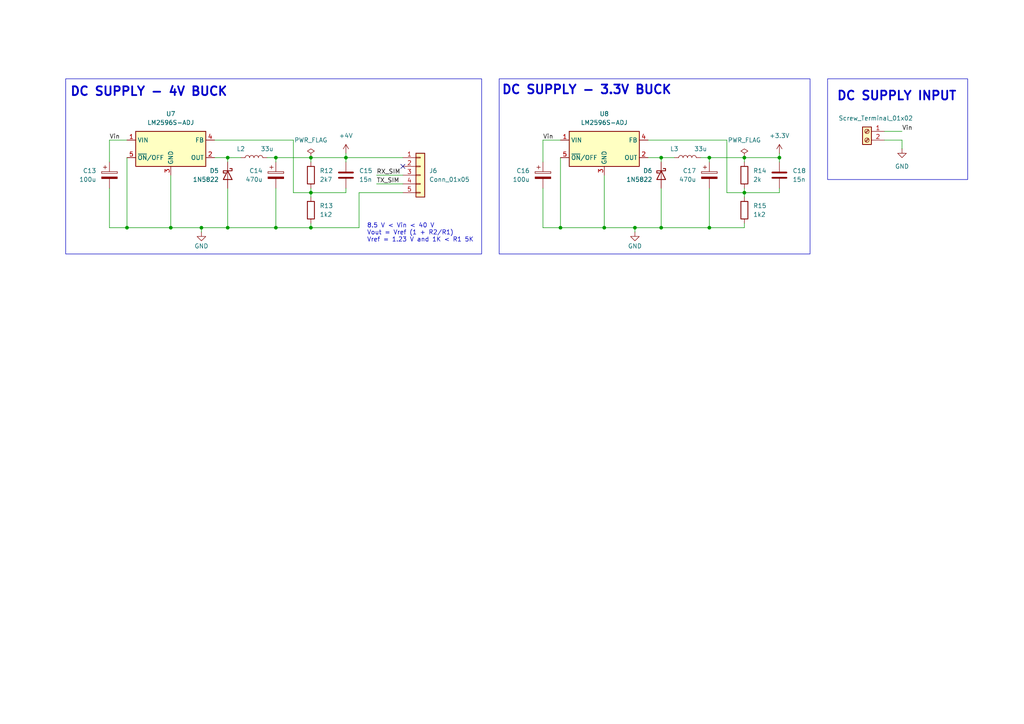
<source format=kicad_sch>
(kicad_sch
	(version 20231120)
	(generator "eeschema")
	(generator_version "8.0")
	(uuid "43f9b208-5b3c-4d64-bd78-712747157d60")
	(paper "A4")
	(title_block
		(title "Fleet Tracker")
		(date "2025-01-01")
		(rev "1.0")
		(company "GetStok")
		(comment 1 "Reyhan Ghifari Tanjung")
	)
	(lib_symbols
		(symbol "Connector:Screw_Terminal_01x02"
			(pin_names
				(offset 1.016) hide)
			(exclude_from_sim no)
			(in_bom yes)
			(on_board yes)
			(property "Reference" "J"
				(at 0 2.54 0)
				(effects
					(font
						(size 1.27 1.27)
					)
				)
			)
			(property "Value" "Screw_Terminal_01x02"
				(at 0 -5.08 0)
				(effects
					(font
						(size 1.27 1.27)
					)
				)
			)
			(property "Footprint" ""
				(at 0 0 0)
				(effects
					(font
						(size 1.27 1.27)
					)
					(hide yes)
				)
			)
			(property "Datasheet" "~"
				(at 0 0 0)
				(effects
					(font
						(size 1.27 1.27)
					)
					(hide yes)
				)
			)
			(property "Description" "Generic screw terminal, single row, 01x02, script generated (kicad-library-utils/schlib/autogen/connector/)"
				(at 0 0 0)
				(effects
					(font
						(size 1.27 1.27)
					)
					(hide yes)
				)
			)
			(property "ki_keywords" "screw terminal"
				(at 0 0 0)
				(effects
					(font
						(size 1.27 1.27)
					)
					(hide yes)
				)
			)
			(property "ki_fp_filters" "TerminalBlock*:*"
				(at 0 0 0)
				(effects
					(font
						(size 1.27 1.27)
					)
					(hide yes)
				)
			)
			(symbol "Screw_Terminal_01x02_1_1"
				(rectangle
					(start -1.27 1.27)
					(end 1.27 -3.81)
					(stroke
						(width 0.254)
						(type default)
					)
					(fill
						(type background)
					)
				)
				(circle
					(center 0 -2.54)
					(radius 0.635)
					(stroke
						(width 0.1524)
						(type default)
					)
					(fill
						(type none)
					)
				)
				(polyline
					(pts
						(xy -0.5334 -2.2098) (xy 0.3302 -3.048)
					)
					(stroke
						(width 0.1524)
						(type default)
					)
					(fill
						(type none)
					)
				)
				(polyline
					(pts
						(xy -0.5334 0.3302) (xy 0.3302 -0.508)
					)
					(stroke
						(width 0.1524)
						(type default)
					)
					(fill
						(type none)
					)
				)
				(polyline
					(pts
						(xy -0.3556 -2.032) (xy 0.508 -2.8702)
					)
					(stroke
						(width 0.1524)
						(type default)
					)
					(fill
						(type none)
					)
				)
				(polyline
					(pts
						(xy -0.3556 0.508) (xy 0.508 -0.3302)
					)
					(stroke
						(width 0.1524)
						(type default)
					)
					(fill
						(type none)
					)
				)
				(circle
					(center 0 0)
					(radius 0.635)
					(stroke
						(width 0.1524)
						(type default)
					)
					(fill
						(type none)
					)
				)
				(pin passive line
					(at -5.08 0 0)
					(length 3.81)
					(name "Pin_1"
						(effects
							(font
								(size 1.27 1.27)
							)
						)
					)
					(number "1"
						(effects
							(font
								(size 1.27 1.27)
							)
						)
					)
				)
				(pin passive line
					(at -5.08 -2.54 0)
					(length 3.81)
					(name "Pin_2"
						(effects
							(font
								(size 1.27 1.27)
							)
						)
					)
					(number "2"
						(effects
							(font
								(size 1.27 1.27)
							)
						)
					)
				)
			)
		)
		(symbol "Connector_Generic:Conn_01x05"
			(pin_names
				(offset 1.016) hide)
			(exclude_from_sim no)
			(in_bom yes)
			(on_board yes)
			(property "Reference" "J"
				(at 0 7.62 0)
				(effects
					(font
						(size 1.27 1.27)
					)
				)
			)
			(property "Value" "Conn_01x05"
				(at 0 -7.62 0)
				(effects
					(font
						(size 1.27 1.27)
					)
				)
			)
			(property "Footprint" ""
				(at 0 0 0)
				(effects
					(font
						(size 1.27 1.27)
					)
					(hide yes)
				)
			)
			(property "Datasheet" "~"
				(at 0 0 0)
				(effects
					(font
						(size 1.27 1.27)
					)
					(hide yes)
				)
			)
			(property "Description" "Generic connector, single row, 01x05, script generated (kicad-library-utils/schlib/autogen/connector/)"
				(at 0 0 0)
				(effects
					(font
						(size 1.27 1.27)
					)
					(hide yes)
				)
			)
			(property "ki_keywords" "connector"
				(at 0 0 0)
				(effects
					(font
						(size 1.27 1.27)
					)
					(hide yes)
				)
			)
			(property "ki_fp_filters" "Connector*:*_1x??_*"
				(at 0 0 0)
				(effects
					(font
						(size 1.27 1.27)
					)
					(hide yes)
				)
			)
			(symbol "Conn_01x05_1_1"
				(rectangle
					(start -1.27 -4.953)
					(end 0 -5.207)
					(stroke
						(width 0.1524)
						(type default)
					)
					(fill
						(type none)
					)
				)
				(rectangle
					(start -1.27 -2.413)
					(end 0 -2.667)
					(stroke
						(width 0.1524)
						(type default)
					)
					(fill
						(type none)
					)
				)
				(rectangle
					(start -1.27 0.127)
					(end 0 -0.127)
					(stroke
						(width 0.1524)
						(type default)
					)
					(fill
						(type none)
					)
				)
				(rectangle
					(start -1.27 2.667)
					(end 0 2.413)
					(stroke
						(width 0.1524)
						(type default)
					)
					(fill
						(type none)
					)
				)
				(rectangle
					(start -1.27 5.207)
					(end 0 4.953)
					(stroke
						(width 0.1524)
						(type default)
					)
					(fill
						(type none)
					)
				)
				(rectangle
					(start -1.27 6.35)
					(end 1.27 -6.35)
					(stroke
						(width 0.254)
						(type default)
					)
					(fill
						(type background)
					)
				)
				(pin passive line
					(at -5.08 5.08 0)
					(length 3.81)
					(name "Pin_1"
						(effects
							(font
								(size 1.27 1.27)
							)
						)
					)
					(number "1"
						(effects
							(font
								(size 1.27 1.27)
							)
						)
					)
				)
				(pin passive line
					(at -5.08 2.54 0)
					(length 3.81)
					(name "Pin_2"
						(effects
							(font
								(size 1.27 1.27)
							)
						)
					)
					(number "2"
						(effects
							(font
								(size 1.27 1.27)
							)
						)
					)
				)
				(pin passive line
					(at -5.08 0 0)
					(length 3.81)
					(name "Pin_3"
						(effects
							(font
								(size 1.27 1.27)
							)
						)
					)
					(number "3"
						(effects
							(font
								(size 1.27 1.27)
							)
						)
					)
				)
				(pin passive line
					(at -5.08 -2.54 0)
					(length 3.81)
					(name "Pin_4"
						(effects
							(font
								(size 1.27 1.27)
							)
						)
					)
					(number "4"
						(effects
							(font
								(size 1.27 1.27)
							)
						)
					)
				)
				(pin passive line
					(at -5.08 -5.08 0)
					(length 3.81)
					(name "Pin_5"
						(effects
							(font
								(size 1.27 1.27)
							)
						)
					)
					(number "5"
						(effects
							(font
								(size 1.27 1.27)
							)
						)
					)
				)
			)
		)
		(symbol "Device:C"
			(pin_numbers hide)
			(pin_names
				(offset 0.254)
			)
			(exclude_from_sim no)
			(in_bom yes)
			(on_board yes)
			(property "Reference" "C"
				(at 0.635 2.54 0)
				(effects
					(font
						(size 1.27 1.27)
					)
					(justify left)
				)
			)
			(property "Value" "C"
				(at 0.635 -2.54 0)
				(effects
					(font
						(size 1.27 1.27)
					)
					(justify left)
				)
			)
			(property "Footprint" ""
				(at 0.9652 -3.81 0)
				(effects
					(font
						(size 1.27 1.27)
					)
					(hide yes)
				)
			)
			(property "Datasheet" "~"
				(at 0 0 0)
				(effects
					(font
						(size 1.27 1.27)
					)
					(hide yes)
				)
			)
			(property "Description" "Unpolarized capacitor"
				(at 0 0 0)
				(effects
					(font
						(size 1.27 1.27)
					)
					(hide yes)
				)
			)
			(property "ki_keywords" "cap capacitor"
				(at 0 0 0)
				(effects
					(font
						(size 1.27 1.27)
					)
					(hide yes)
				)
			)
			(property "ki_fp_filters" "C_*"
				(at 0 0 0)
				(effects
					(font
						(size 1.27 1.27)
					)
					(hide yes)
				)
			)
			(symbol "C_0_1"
				(polyline
					(pts
						(xy -2.032 -0.762) (xy 2.032 -0.762)
					)
					(stroke
						(width 0.508)
						(type default)
					)
					(fill
						(type none)
					)
				)
				(polyline
					(pts
						(xy -2.032 0.762) (xy 2.032 0.762)
					)
					(stroke
						(width 0.508)
						(type default)
					)
					(fill
						(type none)
					)
				)
			)
			(symbol "C_1_1"
				(pin passive line
					(at 0 3.81 270)
					(length 2.794)
					(name "~"
						(effects
							(font
								(size 1.27 1.27)
							)
						)
					)
					(number "1"
						(effects
							(font
								(size 1.27 1.27)
							)
						)
					)
				)
				(pin passive line
					(at 0 -3.81 90)
					(length 2.794)
					(name "~"
						(effects
							(font
								(size 1.27 1.27)
							)
						)
					)
					(number "2"
						(effects
							(font
								(size 1.27 1.27)
							)
						)
					)
				)
			)
		)
		(symbol "Device:C_Polarized"
			(pin_numbers hide)
			(pin_names
				(offset 0.254)
			)
			(exclude_from_sim no)
			(in_bom yes)
			(on_board yes)
			(property "Reference" "C"
				(at 0.635 2.54 0)
				(effects
					(font
						(size 1.27 1.27)
					)
					(justify left)
				)
			)
			(property "Value" "C_Polarized"
				(at 0.635 -2.54 0)
				(effects
					(font
						(size 1.27 1.27)
					)
					(justify left)
				)
			)
			(property "Footprint" ""
				(at 0.9652 -3.81 0)
				(effects
					(font
						(size 1.27 1.27)
					)
					(hide yes)
				)
			)
			(property "Datasheet" "~"
				(at 0 0 0)
				(effects
					(font
						(size 1.27 1.27)
					)
					(hide yes)
				)
			)
			(property "Description" "Polarized capacitor"
				(at 0 0 0)
				(effects
					(font
						(size 1.27 1.27)
					)
					(hide yes)
				)
			)
			(property "ki_keywords" "cap capacitor"
				(at 0 0 0)
				(effects
					(font
						(size 1.27 1.27)
					)
					(hide yes)
				)
			)
			(property "ki_fp_filters" "CP_*"
				(at 0 0 0)
				(effects
					(font
						(size 1.27 1.27)
					)
					(hide yes)
				)
			)
			(symbol "C_Polarized_0_1"
				(rectangle
					(start -2.286 0.508)
					(end 2.286 1.016)
					(stroke
						(width 0)
						(type default)
					)
					(fill
						(type none)
					)
				)
				(polyline
					(pts
						(xy -1.778 2.286) (xy -0.762 2.286)
					)
					(stroke
						(width 0)
						(type default)
					)
					(fill
						(type none)
					)
				)
				(polyline
					(pts
						(xy -1.27 2.794) (xy -1.27 1.778)
					)
					(stroke
						(width 0)
						(type default)
					)
					(fill
						(type none)
					)
				)
				(rectangle
					(start 2.286 -0.508)
					(end -2.286 -1.016)
					(stroke
						(width 0)
						(type default)
					)
					(fill
						(type outline)
					)
				)
			)
			(symbol "C_Polarized_1_1"
				(pin passive line
					(at 0 3.81 270)
					(length 2.794)
					(name "~"
						(effects
							(font
								(size 1.27 1.27)
							)
						)
					)
					(number "1"
						(effects
							(font
								(size 1.27 1.27)
							)
						)
					)
				)
				(pin passive line
					(at 0 -3.81 90)
					(length 2.794)
					(name "~"
						(effects
							(font
								(size 1.27 1.27)
							)
						)
					)
					(number "2"
						(effects
							(font
								(size 1.27 1.27)
							)
						)
					)
				)
			)
		)
		(symbol "Device:L"
			(pin_numbers hide)
			(pin_names
				(offset 1.016) hide)
			(exclude_from_sim no)
			(in_bom yes)
			(on_board yes)
			(property "Reference" "L"
				(at -1.27 0 90)
				(effects
					(font
						(size 1.27 1.27)
					)
				)
			)
			(property "Value" "L"
				(at 1.905 0 90)
				(effects
					(font
						(size 1.27 1.27)
					)
				)
			)
			(property "Footprint" ""
				(at 0 0 0)
				(effects
					(font
						(size 1.27 1.27)
					)
					(hide yes)
				)
			)
			(property "Datasheet" "~"
				(at 0 0 0)
				(effects
					(font
						(size 1.27 1.27)
					)
					(hide yes)
				)
			)
			(property "Description" "Inductor"
				(at 0 0 0)
				(effects
					(font
						(size 1.27 1.27)
					)
					(hide yes)
				)
			)
			(property "ki_keywords" "inductor choke coil reactor magnetic"
				(at 0 0 0)
				(effects
					(font
						(size 1.27 1.27)
					)
					(hide yes)
				)
			)
			(property "ki_fp_filters" "Choke_* *Coil* Inductor_* L_*"
				(at 0 0 0)
				(effects
					(font
						(size 1.27 1.27)
					)
					(hide yes)
				)
			)
			(symbol "L_0_1"
				(arc
					(start 0 -2.54)
					(mid 0.6323 -1.905)
					(end 0 -1.27)
					(stroke
						(width 0)
						(type default)
					)
					(fill
						(type none)
					)
				)
				(arc
					(start 0 -1.27)
					(mid 0.6323 -0.635)
					(end 0 0)
					(stroke
						(width 0)
						(type default)
					)
					(fill
						(type none)
					)
				)
				(arc
					(start 0 0)
					(mid 0.6323 0.635)
					(end 0 1.27)
					(stroke
						(width 0)
						(type default)
					)
					(fill
						(type none)
					)
				)
				(arc
					(start 0 1.27)
					(mid 0.6323 1.905)
					(end 0 2.54)
					(stroke
						(width 0)
						(type default)
					)
					(fill
						(type none)
					)
				)
			)
			(symbol "L_1_1"
				(pin passive line
					(at 0 3.81 270)
					(length 1.27)
					(name "1"
						(effects
							(font
								(size 1.27 1.27)
							)
						)
					)
					(number "1"
						(effects
							(font
								(size 1.27 1.27)
							)
						)
					)
				)
				(pin passive line
					(at 0 -3.81 90)
					(length 1.27)
					(name "2"
						(effects
							(font
								(size 1.27 1.27)
							)
						)
					)
					(number "2"
						(effects
							(font
								(size 1.27 1.27)
							)
						)
					)
				)
			)
		)
		(symbol "Device:R"
			(pin_numbers hide)
			(pin_names
				(offset 0)
			)
			(exclude_from_sim no)
			(in_bom yes)
			(on_board yes)
			(property "Reference" "R"
				(at 2.032 0 90)
				(effects
					(font
						(size 1.27 1.27)
					)
				)
			)
			(property "Value" "R"
				(at 0 0 90)
				(effects
					(font
						(size 1.27 1.27)
					)
				)
			)
			(property "Footprint" ""
				(at -1.778 0 90)
				(effects
					(font
						(size 1.27 1.27)
					)
					(hide yes)
				)
			)
			(property "Datasheet" "~"
				(at 0 0 0)
				(effects
					(font
						(size 1.27 1.27)
					)
					(hide yes)
				)
			)
			(property "Description" "Resistor"
				(at 0 0 0)
				(effects
					(font
						(size 1.27 1.27)
					)
					(hide yes)
				)
			)
			(property "ki_keywords" "R res resistor"
				(at 0 0 0)
				(effects
					(font
						(size 1.27 1.27)
					)
					(hide yes)
				)
			)
			(property "ki_fp_filters" "R_*"
				(at 0 0 0)
				(effects
					(font
						(size 1.27 1.27)
					)
					(hide yes)
				)
			)
			(symbol "R_0_1"
				(rectangle
					(start -1.016 -2.54)
					(end 1.016 2.54)
					(stroke
						(width 0.254)
						(type default)
					)
					(fill
						(type none)
					)
				)
			)
			(symbol "R_1_1"
				(pin passive line
					(at 0 3.81 270)
					(length 1.27)
					(name "~"
						(effects
							(font
								(size 1.27 1.27)
							)
						)
					)
					(number "1"
						(effects
							(font
								(size 1.27 1.27)
							)
						)
					)
				)
				(pin passive line
					(at 0 -3.81 90)
					(length 1.27)
					(name "~"
						(effects
							(font
								(size 1.27 1.27)
							)
						)
					)
					(number "2"
						(effects
							(font
								(size 1.27 1.27)
							)
						)
					)
				)
			)
		)
		(symbol "Diode:1N5822"
			(pin_numbers hide)
			(pin_names
				(offset 1.016) hide)
			(exclude_from_sim no)
			(in_bom yes)
			(on_board yes)
			(property "Reference" "D"
				(at 0 2.54 0)
				(effects
					(font
						(size 1.27 1.27)
					)
				)
			)
			(property "Value" "1N5822"
				(at 0 -2.54 0)
				(effects
					(font
						(size 1.27 1.27)
					)
				)
			)
			(property "Footprint" "Diode_THT:D_DO-201AD_P15.24mm_Horizontal"
				(at 0 -4.445 0)
				(effects
					(font
						(size 1.27 1.27)
					)
					(hide yes)
				)
			)
			(property "Datasheet" "http://www.vishay.com/docs/88526/1n5820.pdf"
				(at 0 0 0)
				(effects
					(font
						(size 1.27 1.27)
					)
					(hide yes)
				)
			)
			(property "Description" "40V 3A Schottky Barrier Rectifier Diode, DO-201AD"
				(at 0 0 0)
				(effects
					(font
						(size 1.27 1.27)
					)
					(hide yes)
				)
			)
			(property "ki_keywords" "diode Schottky"
				(at 0 0 0)
				(effects
					(font
						(size 1.27 1.27)
					)
					(hide yes)
				)
			)
			(property "ki_fp_filters" "D*DO?201AD*"
				(at 0 0 0)
				(effects
					(font
						(size 1.27 1.27)
					)
					(hide yes)
				)
			)
			(symbol "1N5822_0_1"
				(polyline
					(pts
						(xy 1.27 0) (xy -1.27 0)
					)
					(stroke
						(width 0)
						(type default)
					)
					(fill
						(type none)
					)
				)
				(polyline
					(pts
						(xy 1.27 1.27) (xy 1.27 -1.27) (xy -1.27 0) (xy 1.27 1.27)
					)
					(stroke
						(width 0.254)
						(type default)
					)
					(fill
						(type none)
					)
				)
				(polyline
					(pts
						(xy -1.905 0.635) (xy -1.905 1.27) (xy -1.27 1.27) (xy -1.27 -1.27) (xy -0.635 -1.27) (xy -0.635 -0.635)
					)
					(stroke
						(width 0.254)
						(type default)
					)
					(fill
						(type none)
					)
				)
			)
			(symbol "1N5822_1_1"
				(pin passive line
					(at -3.81 0 0)
					(length 2.54)
					(name "K"
						(effects
							(font
								(size 1.27 1.27)
							)
						)
					)
					(number "1"
						(effects
							(font
								(size 1.27 1.27)
							)
						)
					)
				)
				(pin passive line
					(at 3.81 0 180)
					(length 2.54)
					(name "A"
						(effects
							(font
								(size 1.27 1.27)
							)
						)
					)
					(number "2"
						(effects
							(font
								(size 1.27 1.27)
							)
						)
					)
				)
			)
		)
		(symbol "GND_1"
			(power)
			(pin_numbers hide)
			(pin_names
				(offset 0) hide)
			(exclude_from_sim no)
			(in_bom yes)
			(on_board yes)
			(property "Reference" "#PWR"
				(at 0 -6.35 0)
				(effects
					(font
						(size 1.27 1.27)
					)
					(hide yes)
				)
			)
			(property "Value" "GND"
				(at 0 -3.81 0)
				(effects
					(font
						(size 1.27 1.27)
					)
				)
			)
			(property "Footprint" ""
				(at 0 0 0)
				(effects
					(font
						(size 1.27 1.27)
					)
					(hide yes)
				)
			)
			(property "Datasheet" ""
				(at 0 0 0)
				(effects
					(font
						(size 1.27 1.27)
					)
					(hide yes)
				)
			)
			(property "Description" "Power symbol creates a global label with name \"GND\" , ground"
				(at 0 0 0)
				(effects
					(font
						(size 1.27 1.27)
					)
					(hide yes)
				)
			)
			(property "ki_keywords" "global power"
				(at 0 0 0)
				(effects
					(font
						(size 1.27 1.27)
					)
					(hide yes)
				)
			)
			(symbol "GND_1_0_1"
				(polyline
					(pts
						(xy 0 0) (xy 0 -1.27) (xy 1.27 -1.27) (xy 0 -2.54) (xy -1.27 -1.27) (xy 0 -1.27)
					)
					(stroke
						(width 0)
						(type default)
					)
					(fill
						(type none)
					)
				)
			)
			(symbol "GND_1_1_1"
				(pin power_in line
					(at 0 0 270)
					(length 0)
					(name "~"
						(effects
							(font
								(size 1.27 1.27)
							)
						)
					)
					(number "1"
						(effects
							(font
								(size 1.27 1.27)
							)
						)
					)
				)
			)
		)
		(symbol "Regulator_Switching:LM2596S-ADJ"
			(exclude_from_sim no)
			(in_bom yes)
			(on_board yes)
			(property "Reference" "U"
				(at -10.16 6.35 0)
				(effects
					(font
						(size 1.27 1.27)
					)
					(justify left)
				)
			)
			(property "Value" "LM2596S-ADJ"
				(at 0 6.35 0)
				(effects
					(font
						(size 1.27 1.27)
					)
					(justify left)
				)
			)
			(property "Footprint" "Package_TO_SOT_SMD:TO-263-5_TabPin3"
				(at 1.27 -6.35 0)
				(effects
					(font
						(size 1.27 1.27)
						(italic yes)
					)
					(justify left)
					(hide yes)
				)
			)
			(property "Datasheet" "http://www.ti.com/lit/ds/symlink/lm2596.pdf"
				(at 0 0 0)
				(effects
					(font
						(size 1.27 1.27)
					)
					(hide yes)
				)
			)
			(property "Description" "Adjustable 3A Step-Down Voltage Regulator, TO-263"
				(at 0 0 0)
				(effects
					(font
						(size 1.27 1.27)
					)
					(hide yes)
				)
			)
			(property "ki_keywords" "Step-Down Voltage Regulator Adjustable 3A"
				(at 0 0 0)
				(effects
					(font
						(size 1.27 1.27)
					)
					(hide yes)
				)
			)
			(property "ki_fp_filters" "TO?263*"
				(at 0 0 0)
				(effects
					(font
						(size 1.27 1.27)
					)
					(hide yes)
				)
			)
			(symbol "LM2596S-ADJ_0_1"
				(rectangle
					(start -10.16 5.08)
					(end 10.16 -5.08)
					(stroke
						(width 0.254)
						(type default)
					)
					(fill
						(type background)
					)
				)
			)
			(symbol "LM2596S-ADJ_1_1"
				(pin power_in line
					(at -12.7 2.54 0)
					(length 2.54)
					(name "VIN"
						(effects
							(font
								(size 1.27 1.27)
							)
						)
					)
					(number "1"
						(effects
							(font
								(size 1.27 1.27)
							)
						)
					)
				)
				(pin output line
					(at 12.7 -2.54 180)
					(length 2.54)
					(name "OUT"
						(effects
							(font
								(size 1.27 1.27)
							)
						)
					)
					(number "2"
						(effects
							(font
								(size 1.27 1.27)
							)
						)
					)
				)
				(pin power_in line
					(at 0 -7.62 90)
					(length 2.54)
					(name "GND"
						(effects
							(font
								(size 1.27 1.27)
							)
						)
					)
					(number "3"
						(effects
							(font
								(size 1.27 1.27)
							)
						)
					)
				)
				(pin input line
					(at 12.7 2.54 180)
					(length 2.54)
					(name "FB"
						(effects
							(font
								(size 1.27 1.27)
							)
						)
					)
					(number "4"
						(effects
							(font
								(size 1.27 1.27)
							)
						)
					)
				)
				(pin input line
					(at -12.7 -2.54 0)
					(length 2.54)
					(name "~{ON}/OFF"
						(effects
							(font
								(size 1.27 1.27)
							)
						)
					)
					(number "5"
						(effects
							(font
								(size 1.27 1.27)
							)
						)
					)
				)
			)
		)
		(symbol "power:+3.3V"
			(power)
			(pin_numbers hide)
			(pin_names
				(offset 0) hide)
			(exclude_from_sim no)
			(in_bom yes)
			(on_board yes)
			(property "Reference" "#PWR"
				(at 0 -3.81 0)
				(effects
					(font
						(size 1.27 1.27)
					)
					(hide yes)
				)
			)
			(property "Value" "+3.3V"
				(at 0 3.556 0)
				(effects
					(font
						(size 1.27 1.27)
					)
				)
			)
			(property "Footprint" ""
				(at 0 0 0)
				(effects
					(font
						(size 1.27 1.27)
					)
					(hide yes)
				)
			)
			(property "Datasheet" ""
				(at 0 0 0)
				(effects
					(font
						(size 1.27 1.27)
					)
					(hide yes)
				)
			)
			(property "Description" "Power symbol creates a global label with name \"+3.3V\""
				(at 0 0 0)
				(effects
					(font
						(size 1.27 1.27)
					)
					(hide yes)
				)
			)
			(property "ki_keywords" "global power"
				(at 0 0 0)
				(effects
					(font
						(size 1.27 1.27)
					)
					(hide yes)
				)
			)
			(symbol "+3.3V_0_1"
				(polyline
					(pts
						(xy -0.762 1.27) (xy 0 2.54)
					)
					(stroke
						(width 0)
						(type default)
					)
					(fill
						(type none)
					)
				)
				(polyline
					(pts
						(xy 0 0) (xy 0 2.54)
					)
					(stroke
						(width 0)
						(type default)
					)
					(fill
						(type none)
					)
				)
				(polyline
					(pts
						(xy 0 2.54) (xy 0.762 1.27)
					)
					(stroke
						(width 0)
						(type default)
					)
					(fill
						(type none)
					)
				)
			)
			(symbol "+3.3V_1_1"
				(pin power_in line
					(at 0 0 90)
					(length 0)
					(name "~"
						(effects
							(font
								(size 1.27 1.27)
							)
						)
					)
					(number "1"
						(effects
							(font
								(size 1.27 1.27)
							)
						)
					)
				)
			)
		)
		(symbol "power:+4V"
			(power)
			(pin_names
				(offset 0)
			)
			(exclude_from_sim no)
			(in_bom yes)
			(on_board yes)
			(property "Reference" "#PWR"
				(at 0 -3.81 0)
				(effects
					(font
						(size 1.27 1.27)
					)
					(hide yes)
				)
			)
			(property "Value" "+4V"
				(at 0 3.556 0)
				(effects
					(font
						(size 1.27 1.27)
					)
				)
			)
			(property "Footprint" ""
				(at 0 0 0)
				(effects
					(font
						(size 1.27 1.27)
					)
					(hide yes)
				)
			)
			(property "Datasheet" ""
				(at 0 0 0)
				(effects
					(font
						(size 1.27 1.27)
					)
					(hide yes)
				)
			)
			(property "Description" "Power symbol creates a global label with name \"+4V\""
				(at 0 0 0)
				(effects
					(font
						(size 1.27 1.27)
					)
					(hide yes)
				)
			)
			(property "ki_keywords" "global power"
				(at 0 0 0)
				(effects
					(font
						(size 1.27 1.27)
					)
					(hide yes)
				)
			)
			(symbol "+4V_0_1"
				(polyline
					(pts
						(xy -0.762 1.27) (xy 0 2.54)
					)
					(stroke
						(width 0)
						(type default)
					)
					(fill
						(type none)
					)
				)
				(polyline
					(pts
						(xy 0 0) (xy 0 2.54)
					)
					(stroke
						(width 0)
						(type default)
					)
					(fill
						(type none)
					)
				)
				(polyline
					(pts
						(xy 0 2.54) (xy 0.762 1.27)
					)
					(stroke
						(width 0)
						(type default)
					)
					(fill
						(type none)
					)
				)
			)
			(symbol "+4V_1_1"
				(pin power_in line
					(at 0 0 90)
					(length 0) hide
					(name "+4V"
						(effects
							(font
								(size 1.27 1.27)
							)
						)
					)
					(number "1"
						(effects
							(font
								(size 1.27 1.27)
							)
						)
					)
				)
			)
		)
		(symbol "power:GND"
			(power)
			(pin_names
				(offset 0)
			)
			(exclude_from_sim no)
			(in_bom yes)
			(on_board yes)
			(property "Reference" "#PWR"
				(at 0 -6.35 0)
				(effects
					(font
						(size 1.27 1.27)
					)
					(hide yes)
				)
			)
			(property "Value" "GND"
				(at 0 -3.81 0)
				(effects
					(font
						(size 1.27 1.27)
					)
				)
			)
			(property "Footprint" ""
				(at 0 0 0)
				(effects
					(font
						(size 1.27 1.27)
					)
					(hide yes)
				)
			)
			(property "Datasheet" ""
				(at 0 0 0)
				(effects
					(font
						(size 1.27 1.27)
					)
					(hide yes)
				)
			)
			(property "Description" "Power symbol creates a global label with name \"GND\" , ground"
				(at 0 0 0)
				(effects
					(font
						(size 1.27 1.27)
					)
					(hide yes)
				)
			)
			(property "ki_keywords" "global power"
				(at 0 0 0)
				(effects
					(font
						(size 1.27 1.27)
					)
					(hide yes)
				)
			)
			(symbol "GND_0_1"
				(polyline
					(pts
						(xy 0 0) (xy 0 -1.27) (xy 1.27 -1.27) (xy 0 -2.54) (xy -1.27 -1.27) (xy 0 -1.27)
					)
					(stroke
						(width 0)
						(type default)
					)
					(fill
						(type none)
					)
				)
			)
			(symbol "GND_1_1"
				(pin power_in line
					(at 0 0 270)
					(length 0) hide
					(name "GND"
						(effects
							(font
								(size 1.27 1.27)
							)
						)
					)
					(number "1"
						(effects
							(font
								(size 1.27 1.27)
							)
						)
					)
				)
			)
		)
		(symbol "power:PWR_FLAG"
			(power)
			(pin_numbers hide)
			(pin_names
				(offset 0) hide)
			(exclude_from_sim no)
			(in_bom yes)
			(on_board yes)
			(property "Reference" "#FLG"
				(at 0 1.905 0)
				(effects
					(font
						(size 1.27 1.27)
					)
					(hide yes)
				)
			)
			(property "Value" "PWR_FLAG"
				(at 0 3.81 0)
				(effects
					(font
						(size 1.27 1.27)
					)
				)
			)
			(property "Footprint" ""
				(at 0 0 0)
				(effects
					(font
						(size 1.27 1.27)
					)
					(hide yes)
				)
			)
			(property "Datasheet" "~"
				(at 0 0 0)
				(effects
					(font
						(size 1.27 1.27)
					)
					(hide yes)
				)
			)
			(property "Description" "Special symbol for telling ERC where power comes from"
				(at 0 0 0)
				(effects
					(font
						(size 1.27 1.27)
					)
					(hide yes)
				)
			)
			(property "ki_keywords" "flag power"
				(at 0 0 0)
				(effects
					(font
						(size 1.27 1.27)
					)
					(hide yes)
				)
			)
			(symbol "PWR_FLAG_0_0"
				(pin power_out line
					(at 0 0 90)
					(length 0)
					(name "pwr"
						(effects
							(font
								(size 1.27 1.27)
							)
						)
					)
					(number "1"
						(effects
							(font
								(size 1.27 1.27)
							)
						)
					)
				)
			)
			(symbol "PWR_FLAG_0_1"
				(polyline
					(pts
						(xy 0 0) (xy 0 1.27) (xy -1.016 1.905) (xy 0 2.54) (xy 1.016 1.905) (xy 0 1.27)
					)
					(stroke
						(width 0)
						(type default)
					)
					(fill
						(type none)
					)
				)
			)
		)
	)
	(junction
		(at 80.01 45.72)
		(diameter 0)
		(color 0 0 0 0)
		(uuid "03f2f67b-9730-4b42-8757-aae944aac0e9")
	)
	(junction
		(at 58.42 66.04)
		(diameter 0)
		(color 0 0 0 0)
		(uuid "067f85f8-84ae-4c33-adb1-25aad93ba530")
	)
	(junction
		(at 226.06 45.72)
		(diameter 0)
		(color 0 0 0 0)
		(uuid "0c48a247-4ce2-4591-84e2-1c12e4279b08")
	)
	(junction
		(at 100.33 45.72)
		(diameter 0)
		(color 0 0 0 0)
		(uuid "17536542-5dc9-4075-80eb-aa0a9557bab2")
	)
	(junction
		(at 90.17 45.72)
		(diameter 0)
		(color 0 0 0 0)
		(uuid "241f459b-68ba-4640-8188-659442e9043c")
	)
	(junction
		(at 215.9 55.88)
		(diameter 0)
		(color 0 0 0 0)
		(uuid "3d4744f3-19c1-4462-aa17-536b31f06637")
	)
	(junction
		(at 80.01 66.04)
		(diameter 0)
		(color 0 0 0 0)
		(uuid "5b06ce37-b6a6-4705-9762-b3f46dd8162c")
	)
	(junction
		(at 90.17 55.88)
		(diameter 0)
		(color 0 0 0 0)
		(uuid "6333ced1-eb9b-4ba9-81bb-39bad698273b")
	)
	(junction
		(at 205.74 45.72)
		(diameter 0)
		(color 0 0 0 0)
		(uuid "63d91f01-5a69-4f1d-a5c5-280ec2cd82a8")
	)
	(junction
		(at 66.04 45.72)
		(diameter 0)
		(color 0 0 0 0)
		(uuid "66138b03-53d6-46dd-8732-57280a5512ec")
	)
	(junction
		(at 191.77 45.72)
		(diameter 0)
		(color 0 0 0 0)
		(uuid "6f004c77-b5b8-4020-aeb4-ef495e825f75")
	)
	(junction
		(at 184.15 66.04)
		(diameter 0)
		(color 0 0 0 0)
		(uuid "7085103d-fcc2-4f46-924c-cc71307c3642")
	)
	(junction
		(at 66.04 66.04)
		(diameter 0)
		(color 0 0 0 0)
		(uuid "875f46bc-84e3-4699-a825-4a2a520f9d62")
	)
	(junction
		(at 175.26 66.04)
		(diameter 0)
		(color 0 0 0 0)
		(uuid "a17fc260-f8cd-435d-baf1-b0d5ba094fb0")
	)
	(junction
		(at 162.56 66.04)
		(diameter 0)
		(color 0 0 0 0)
		(uuid "a9337559-e5dd-413d-9448-15ea76c54efd")
	)
	(junction
		(at 215.9 45.72)
		(diameter 0)
		(color 0 0 0 0)
		(uuid "adb44192-069b-4fe0-965c-e2acc0a04b68")
	)
	(junction
		(at 90.17 66.04)
		(diameter 0)
		(color 0 0 0 0)
		(uuid "b04dc778-0ed0-4eb0-80f5-40c1694faf66")
	)
	(junction
		(at 205.74 66.04)
		(diameter 0)
		(color 0 0 0 0)
		(uuid "bb83fc23-d5b2-4f62-a9fa-e8a46868fc4b")
	)
	(junction
		(at 36.83 66.04)
		(diameter 0)
		(color 0 0 0 0)
		(uuid "c37b73ea-edfe-433a-8cdd-cea6bff45d7b")
	)
	(junction
		(at 191.77 66.04)
		(diameter 0)
		(color 0 0 0 0)
		(uuid "d8334dae-756b-42ef-8ffb-c4f3f6081f34")
	)
	(junction
		(at 49.53 66.04)
		(diameter 0)
		(color 0 0 0 0)
		(uuid "f513dc83-324d-466a-af57-2690560df289")
	)
	(no_connect
		(at 116.84 48.26)
		(uuid "4d662af3-ec87-4607-a688-0532c1ef70c5")
	)
	(wire
		(pts
			(xy 184.15 66.04) (xy 175.26 66.04)
		)
		(stroke
			(width 0)
			(type default)
		)
		(uuid "014edbe0-f36d-4c88-b8cd-7cc0ccae9285")
	)
	(wire
		(pts
			(xy 175.26 66.04) (xy 175.26 50.8)
		)
		(stroke
			(width 0)
			(type default)
		)
		(uuid "0353b356-9330-4bbc-b66d-5967b3b38b44")
	)
	(wire
		(pts
			(xy 157.48 66.04) (xy 162.56 66.04)
		)
		(stroke
			(width 0)
			(type default)
		)
		(uuid "055e5345-06b6-45c4-9d3c-bc991e2ba97d")
	)
	(wire
		(pts
			(xy 31.75 66.04) (xy 36.83 66.04)
		)
		(stroke
			(width 0)
			(type default)
		)
		(uuid "08727231-8583-48a1-b303-d9796d41b160")
	)
	(wire
		(pts
			(xy 80.01 54.61) (xy 80.01 66.04)
		)
		(stroke
			(width 0)
			(type default)
		)
		(uuid "09385360-d330-42a7-8ff8-92cc89af6383")
	)
	(wire
		(pts
			(xy 191.77 66.04) (xy 184.15 66.04)
		)
		(stroke
			(width 0)
			(type default)
		)
		(uuid "0f64056a-02e4-46a3-a437-7bd7a4a4ec1e")
	)
	(wire
		(pts
			(xy 215.9 45.72) (xy 205.74 45.72)
		)
		(stroke
			(width 0)
			(type default)
		)
		(uuid "12ff9bc4-746a-438e-ba68-9e860cec4f5d")
	)
	(wire
		(pts
			(xy 66.04 66.04) (xy 58.42 66.04)
		)
		(stroke
			(width 0)
			(type default)
		)
		(uuid "173c4846-5333-409a-93d6-3ab08932e774")
	)
	(wire
		(pts
			(xy 100.33 54.61) (xy 100.33 55.88)
		)
		(stroke
			(width 0)
			(type default)
		)
		(uuid "1b3a8295-ede6-4152-880e-685169e6afee")
	)
	(wire
		(pts
			(xy 90.17 64.77) (xy 90.17 66.04)
		)
		(stroke
			(width 0)
			(type default)
		)
		(uuid "1b61c68c-353d-47d8-88d2-08fcb54ab149")
	)
	(wire
		(pts
			(xy 187.96 40.64) (xy 210.82 40.64)
		)
		(stroke
			(width 0)
			(type default)
		)
		(uuid "216e4f7c-e1bf-4bf2-a29e-f1dae6eea93e")
	)
	(wire
		(pts
			(xy 104.14 55.88) (xy 104.14 66.04)
		)
		(stroke
			(width 0)
			(type default)
		)
		(uuid "31d5eba7-3050-4dbf-b975-849bb6f0ebe2")
	)
	(wire
		(pts
			(xy 90.17 54.61) (xy 90.17 55.88)
		)
		(stroke
			(width 0)
			(type default)
		)
		(uuid "3542609f-925e-4f71-98f8-d50628375f54")
	)
	(wire
		(pts
			(xy 157.48 40.64) (xy 162.56 40.64)
		)
		(stroke
			(width 0)
			(type default)
		)
		(uuid "399ef3d8-296c-4c8c-b685-b25772fe92fd")
	)
	(wire
		(pts
			(xy 31.75 40.64) (xy 31.75 46.99)
		)
		(stroke
			(width 0)
			(type default)
		)
		(uuid "39e49ccd-82e8-45ff-b667-b23ffe767910")
	)
	(wire
		(pts
			(xy 100.33 46.99) (xy 100.33 45.72)
		)
		(stroke
			(width 0)
			(type default)
		)
		(uuid "3a9411ad-a8cf-4f3f-9319-d481ea7d460c")
	)
	(wire
		(pts
			(xy 210.82 55.88) (xy 215.9 55.88)
		)
		(stroke
			(width 0)
			(type default)
		)
		(uuid "40da0ad9-e5fc-400a-9497-3e5a02c13f99")
	)
	(wire
		(pts
			(xy 90.17 46.99) (xy 90.17 45.72)
		)
		(stroke
			(width 0)
			(type default)
		)
		(uuid "460a3c8e-31e5-4973-aff0-506e0e139dc1")
	)
	(wire
		(pts
			(xy 205.74 54.61) (xy 205.74 66.04)
		)
		(stroke
			(width 0)
			(type default)
		)
		(uuid "4785d422-631d-41ff-af08-f545b5101c1c")
	)
	(wire
		(pts
			(xy 80.01 45.72) (xy 80.01 46.99)
		)
		(stroke
			(width 0)
			(type default)
		)
		(uuid "4c963987-eb8b-4c59-b6d6-8f1df396c0c8")
	)
	(wire
		(pts
			(xy 62.23 45.72) (xy 66.04 45.72)
		)
		(stroke
			(width 0)
			(type default)
		)
		(uuid "4f8c4b6e-2845-4f79-96fa-9e162fc2d469")
	)
	(wire
		(pts
			(xy 215.9 54.61) (xy 215.9 55.88)
		)
		(stroke
			(width 0)
			(type default)
		)
		(uuid "52836c04-0838-4ffb-9116-abc74f985004")
	)
	(wire
		(pts
			(xy 100.33 55.88) (xy 90.17 55.88)
		)
		(stroke
			(width 0)
			(type default)
		)
		(uuid "5965d34c-d590-4374-a33e-335a9b04abca")
	)
	(wire
		(pts
			(xy 90.17 45.72) (xy 100.33 45.72)
		)
		(stroke
			(width 0)
			(type default)
		)
		(uuid "59f393aa-34d6-4453-9ce8-aee320206e2d")
	)
	(wire
		(pts
			(xy 205.74 66.04) (xy 191.77 66.04)
		)
		(stroke
			(width 0)
			(type default)
		)
		(uuid "5b01172c-9974-48ee-8ea2-537b3d5b086d")
	)
	(wire
		(pts
			(xy 162.56 45.72) (xy 162.56 66.04)
		)
		(stroke
			(width 0)
			(type default)
		)
		(uuid "5fb264b8-ead1-4543-8c54-469283722996")
	)
	(wire
		(pts
			(xy 215.9 46.99) (xy 215.9 45.72)
		)
		(stroke
			(width 0)
			(type default)
		)
		(uuid "5fc2ae65-a65a-44cc-bce8-fa2a4d799b38")
	)
	(wire
		(pts
			(xy 226.06 44.45) (xy 226.06 45.72)
		)
		(stroke
			(width 0)
			(type default)
		)
		(uuid "62dc58ba-c6f1-4476-a27e-965c9f002673")
	)
	(wire
		(pts
			(xy 226.06 46.99) (xy 226.06 45.72)
		)
		(stroke
			(width 0)
			(type default)
		)
		(uuid "6389402c-ca59-4d18-9436-77d147ff677f")
	)
	(wire
		(pts
			(xy 215.9 45.72) (xy 226.06 45.72)
		)
		(stroke
			(width 0)
			(type default)
		)
		(uuid "63ad041b-e51e-465e-a403-d129890cd70a")
	)
	(wire
		(pts
			(xy 203.2 45.72) (xy 205.74 45.72)
		)
		(stroke
			(width 0)
			(type default)
		)
		(uuid "64432c7d-82ab-4dcf-addd-b5a03cbc7bab")
	)
	(wire
		(pts
			(xy 261.62 43.18) (xy 261.62 40.64)
		)
		(stroke
			(width 0)
			(type default)
		)
		(uuid "6b47d7de-b1cc-427e-af61-116c16549ff5")
	)
	(wire
		(pts
			(xy 162.56 66.04) (xy 175.26 66.04)
		)
		(stroke
			(width 0)
			(type default)
		)
		(uuid "6bcd030b-d5ec-4aa0-867b-2e8ec4d7a5dd")
	)
	(wire
		(pts
			(xy 205.74 45.72) (xy 205.74 46.99)
		)
		(stroke
			(width 0)
			(type default)
		)
		(uuid "6bf78008-463d-4928-8d4f-f9da4d5c1f2d")
	)
	(wire
		(pts
			(xy 90.17 66.04) (xy 80.01 66.04)
		)
		(stroke
			(width 0)
			(type default)
		)
		(uuid "730203bc-374d-4ee1-ac43-9782ae158ecc")
	)
	(wire
		(pts
			(xy 109.22 50.8) (xy 116.84 50.8)
		)
		(stroke
			(width 0)
			(type default)
		)
		(uuid "761720f4-dcc0-4928-95a5-d2833ec70f8f")
	)
	(wire
		(pts
			(xy 62.23 40.64) (xy 85.09 40.64)
		)
		(stroke
			(width 0)
			(type default)
		)
		(uuid "77bd924f-5cd2-4947-844a-6aa7c570e8ef")
	)
	(wire
		(pts
			(xy 157.48 40.64) (xy 157.48 46.99)
		)
		(stroke
			(width 0)
			(type default)
		)
		(uuid "837774d6-308b-402c-a002-7ed122bf47c2")
	)
	(wire
		(pts
			(xy 191.77 54.61) (xy 191.77 66.04)
		)
		(stroke
			(width 0)
			(type default)
		)
		(uuid "83cdff01-fe15-432e-beae-7e89611a9eae")
	)
	(wire
		(pts
			(xy 66.04 45.72) (xy 69.85 45.72)
		)
		(stroke
			(width 0)
			(type default)
		)
		(uuid "8592a41b-4697-474b-bc27-21dc1bde0574")
	)
	(wire
		(pts
			(xy 109.22 53.34) (xy 116.84 53.34)
		)
		(stroke
			(width 0)
			(type default)
		)
		(uuid "8df51b22-d92c-4297-9f6f-afe4045e471b")
	)
	(wire
		(pts
			(xy 85.09 40.64) (xy 85.09 55.88)
		)
		(stroke
			(width 0)
			(type default)
		)
		(uuid "986dad9a-ebfc-414e-b63f-4ed150025a27")
	)
	(wire
		(pts
			(xy 49.53 66.04) (xy 49.53 50.8)
		)
		(stroke
			(width 0)
			(type default)
		)
		(uuid "9d239654-ff93-4a0a-a009-b04567db1455")
	)
	(wire
		(pts
			(xy 36.83 45.72) (xy 36.83 66.04)
		)
		(stroke
			(width 0)
			(type default)
		)
		(uuid "9e32f8ee-cfc8-4b5f-8235-484ba5be3faa")
	)
	(wire
		(pts
			(xy 77.47 45.72) (xy 80.01 45.72)
		)
		(stroke
			(width 0)
			(type default)
		)
		(uuid "9fa6f9df-d3c5-4fd2-b80a-90eceb5798f3")
	)
	(wire
		(pts
			(xy 104.14 55.88) (xy 116.84 55.88)
		)
		(stroke
			(width 0)
			(type default)
		)
		(uuid "a0984cc9-183d-48d4-908a-5db08cb10728")
	)
	(wire
		(pts
			(xy 100.33 44.45) (xy 100.33 45.72)
		)
		(stroke
			(width 0)
			(type default)
		)
		(uuid "a2713949-d27a-4380-837c-1d521185e98f")
	)
	(wire
		(pts
			(xy 100.33 45.72) (xy 116.84 45.72)
		)
		(stroke
			(width 0)
			(type default)
		)
		(uuid "a283fa9b-04a5-4263-9cf9-7822484d756b")
	)
	(wire
		(pts
			(xy 80.01 66.04) (xy 66.04 66.04)
		)
		(stroke
			(width 0)
			(type default)
		)
		(uuid "acfaec01-8255-4e12-a26f-9624e1f9c14c")
	)
	(wire
		(pts
			(xy 157.48 54.61) (xy 157.48 66.04)
		)
		(stroke
			(width 0)
			(type default)
		)
		(uuid "b58d215a-2e1a-4b0a-84a4-0571c8f93b58")
	)
	(wire
		(pts
			(xy 184.15 66.04) (xy 184.15 67.31)
		)
		(stroke
			(width 0)
			(type default)
		)
		(uuid "b7b2e0ed-7091-4254-96fd-1b6a9a4920f7")
	)
	(wire
		(pts
			(xy 215.9 66.04) (xy 205.74 66.04)
		)
		(stroke
			(width 0)
			(type default)
		)
		(uuid "b8e16e48-fc50-4c17-a2d9-6935b3508f61")
	)
	(wire
		(pts
			(xy 58.42 66.04) (xy 49.53 66.04)
		)
		(stroke
			(width 0)
			(type default)
		)
		(uuid "bc014789-9765-4b8c-a263-31eb58351b5c")
	)
	(wire
		(pts
			(xy 215.9 55.88) (xy 215.9 57.15)
		)
		(stroke
			(width 0)
			(type default)
		)
		(uuid "bdbc488f-ed85-4298-8a23-6098c73e05f7")
	)
	(wire
		(pts
			(xy 85.09 55.88) (xy 90.17 55.88)
		)
		(stroke
			(width 0)
			(type default)
		)
		(uuid "bfc36f2d-eca9-4f7f-87d2-5925eb3c5f60")
	)
	(wire
		(pts
			(xy 215.9 64.77) (xy 215.9 66.04)
		)
		(stroke
			(width 0)
			(type default)
		)
		(uuid "bff88c34-4019-4918-8acb-cc4df13ba4c8")
	)
	(wire
		(pts
			(xy 90.17 45.72) (xy 80.01 45.72)
		)
		(stroke
			(width 0)
			(type default)
		)
		(uuid "c336807e-88b0-49e8-830a-7830642b3280")
	)
	(wire
		(pts
			(xy 210.82 40.64) (xy 210.82 55.88)
		)
		(stroke
			(width 0)
			(type default)
		)
		(uuid "c8ab1b2d-69dd-4052-95de-21ba73c24f95")
	)
	(wire
		(pts
			(xy 31.75 40.64) (xy 36.83 40.64)
		)
		(stroke
			(width 0)
			(type default)
		)
		(uuid "c92ed803-8e99-479c-9b4f-7d0b690d9bec")
	)
	(wire
		(pts
			(xy 66.04 54.61) (xy 66.04 66.04)
		)
		(stroke
			(width 0)
			(type default)
		)
		(uuid "ca096324-86c8-46e7-bdc8-ce0fb5714587")
	)
	(wire
		(pts
			(xy 58.42 66.04) (xy 58.42 67.31)
		)
		(stroke
			(width 0)
			(type default)
		)
		(uuid "cdafdee8-da02-4660-8948-6548242fbbd1")
	)
	(wire
		(pts
			(xy 226.06 55.88) (xy 215.9 55.88)
		)
		(stroke
			(width 0)
			(type default)
		)
		(uuid "cf4a0795-57be-4625-8384-6cb4ff412714")
	)
	(wire
		(pts
			(xy 191.77 45.72) (xy 191.77 46.99)
		)
		(stroke
			(width 0)
			(type default)
		)
		(uuid "d4a283b7-12e8-4359-8562-1e59c824af1c")
	)
	(wire
		(pts
			(xy 191.77 45.72) (xy 195.58 45.72)
		)
		(stroke
			(width 0)
			(type default)
		)
		(uuid "d600930b-5cab-4fcc-b558-65f90cd46473")
	)
	(wire
		(pts
			(xy 187.96 45.72) (xy 191.77 45.72)
		)
		(stroke
			(width 0)
			(type default)
		)
		(uuid "dd99c972-456d-4906-9970-8357c768227d")
	)
	(wire
		(pts
			(xy 36.83 66.04) (xy 49.53 66.04)
		)
		(stroke
			(width 0)
			(type default)
		)
		(uuid "e6f50412-7714-4ff3-ae80-61148622f697")
	)
	(wire
		(pts
			(xy 31.75 54.61) (xy 31.75 66.04)
		)
		(stroke
			(width 0)
			(type default)
		)
		(uuid "eb368b0b-f9be-4359-9e90-f32b3b4df96d")
	)
	(wire
		(pts
			(xy 261.62 40.64) (xy 256.54 40.64)
		)
		(stroke
			(width 0)
			(type default)
		)
		(uuid "ee96b372-11bb-4cc6-aaf4-99869995c962")
	)
	(wire
		(pts
			(xy 104.14 66.04) (xy 90.17 66.04)
		)
		(stroke
			(width 0)
			(type default)
		)
		(uuid "f5397a0f-0b6f-4e33-a14f-719f2e3ece72")
	)
	(wire
		(pts
			(xy 226.06 54.61) (xy 226.06 55.88)
		)
		(stroke
			(width 0)
			(type default)
		)
		(uuid "f75eeec5-1b5f-4d5b-a282-8ed2cce8b74f")
	)
	(wire
		(pts
			(xy 261.62 38.1) (xy 256.54 38.1)
		)
		(stroke
			(width 0)
			(type default)
		)
		(uuid "f8718d38-62e3-4ef0-9fc3-1da0e839de28")
	)
	(wire
		(pts
			(xy 90.17 55.88) (xy 90.17 57.15)
		)
		(stroke
			(width 0)
			(type default)
		)
		(uuid "fba72cab-5b8c-4afe-a54b-0e4120033ff0")
	)
	(wire
		(pts
			(xy 66.04 45.72) (xy 66.04 46.99)
		)
		(stroke
			(width 0)
			(type default)
		)
		(uuid "fca30017-128b-4f5b-9a4c-9f153c2b87f3")
	)
	(rectangle
		(start 19.05 22.86)
		(end 139.7 73.66)
		(stroke
			(width 0)
			(type default)
		)
		(fill
			(type none)
		)
		(uuid 38e354ba-db2c-4393-8b9f-56dc61f7c144)
	)
	(rectangle
		(start 144.78 22.86)
		(end 234.95 73.66)
		(stroke
			(width 0)
			(type default)
		)
		(fill
			(type none)
		)
		(uuid 9e07c410-bb82-4885-a077-bd56afdfcbc1)
	)
	(rectangle
		(start 240.03 22.86)
		(end 280.67 52.07)
		(stroke
			(width 0)
			(type default)
		)
		(fill
			(type none)
		)
		(uuid d5b53dcb-02c3-4bce-b183-adf1cc833933)
	)
	(text "DC SUPPLY - 3.3V BUCK"
		(exclude_from_sim no)
		(at 170.18 26.162 0)
		(effects
			(font
				(size 2.54 2.54)
				(thickness 0.508)
				(bold yes)
			)
		)
		(uuid "76b80c70-d8b4-4cce-84ee-b19bb47fb80d")
	)
	(text "DC SUPPLY INPUT"
		(exclude_from_sim no)
		(at 260.096 27.94 0)
		(effects
			(font
				(size 2.54 2.54)
				(thickness 0.508)
				(bold yes)
			)
		)
		(uuid "81c7feb1-27ad-4450-bc8a-b94a3b28864e")
	)
	(text "8.5 V < Vin < 40 V\nVout = Vref (1 + R2/R1)\nVref = 1.23 V and 1K < R1 5K"
		(exclude_from_sim no)
		(at 106.426 70.358 0)
		(effects
			(font
				(size 1.27 1.27)
			)
			(justify left bottom)
		)
		(uuid "d493a2a5-9f04-40a2-971d-8686c7c8181e")
	)
	(text "DC SUPPLY - 4V BUCK"
		(exclude_from_sim no)
		(at 43.18 26.67 0)
		(effects
			(font
				(size 2.54 2.54)
				(thickness 0.508)
				(bold yes)
			)
		)
		(uuid "f6e4139e-7542-4e34-852a-bb857fbea634")
	)
	(label "TX_SIM"
		(at 109.22 53.34 0)
		(fields_autoplaced yes)
		(effects
			(font
				(size 1.27 1.27)
			)
			(justify left bottom)
		)
		(uuid "2671bbf8-ee65-4517-af8e-0cb7aad84d3d")
	)
	(label "Vin"
		(at 31.75 40.64 0)
		(fields_autoplaced yes)
		(effects
			(font
				(size 1.27 1.27)
			)
			(justify left bottom)
		)
		(uuid "4cabeab5-11c9-471a-80cf-46c79c477479")
	)
	(label "RX_SIM"
		(at 109.22 50.8 0)
		(fields_autoplaced yes)
		(effects
			(font
				(size 1.27 1.27)
			)
			(justify left bottom)
		)
		(uuid "9f9b381c-9513-48e2-aa65-d6e4ff4d006f")
	)
	(label "Vin"
		(at 261.62 38.1 0)
		(fields_autoplaced yes)
		(effects
			(font
				(size 1.27 1.27)
				(thickness 0.1588)
			)
			(justify left bottom)
		)
		(uuid "a44e7c84-2c34-4fcf-a655-8491f6b668c1")
	)
	(label "Vin"
		(at 157.48 40.64 0)
		(fields_autoplaced yes)
		(effects
			(font
				(size 1.27 1.27)
			)
			(justify left bottom)
		)
		(uuid "ce8ca386-e72f-42fd-ba6d-1c3aed1e4119")
	)
	(symbol
		(lib_id "Device:C")
		(at 100.33 50.8 0)
		(unit 1)
		(exclude_from_sim no)
		(in_bom yes)
		(on_board yes)
		(dnp no)
		(fields_autoplaced yes)
		(uuid "1a7481dc-d352-4e4e-96b1-fd7e193baee4")
		(property "Reference" "C15"
			(at 104.14 49.53 0)
			(effects
				(font
					(size 1.27 1.27)
				)
				(justify left)
			)
		)
		(property "Value" "15n"
			(at 104.14 52.07 0)
			(effects
				(font
					(size 1.27 1.27)
				)
				(justify left)
			)
		)
		(property "Footprint" ""
			(at 101.2952 54.61 0)
			(effects
				(font
					(size 1.27 1.27)
				)
				(hide yes)
			)
		)
		(property "Datasheet" "~"
			(at 100.33 50.8 0)
			(effects
				(font
					(size 1.27 1.27)
				)
				(hide yes)
			)
		)
		(property "Description" ""
			(at 100.33 50.8 0)
			(effects
				(font
					(size 1.27 1.27)
				)
				(hide yes)
			)
		)
		(pin "1"
			(uuid "5fa270e4-5a52-48d4-b3f3-14423b88d733")
		)
		(pin "2"
			(uuid "5f43d2cc-efc7-43fa-94c0-efafa01d6ac5")
		)
		(instances
			(project "ESP32-GetStok-V2"
				(path "/e6133a6e-92e1-465e-b68a-343a1d48537b/e4dfdc30-edd5-4432-a42e-a5bffad27a03"
					(reference "C15")
					(unit 1)
				)
			)
		)
	)
	(symbol
		(lib_id "Device:R")
		(at 90.17 50.8 0)
		(unit 1)
		(exclude_from_sim no)
		(in_bom yes)
		(on_board yes)
		(dnp no)
		(fields_autoplaced yes)
		(uuid "1e8d89e8-231d-43fc-bd0a-c5af466a6918")
		(property "Reference" "R12"
			(at 92.71 49.53 0)
			(effects
				(font
					(size 1.27 1.27)
				)
				(justify left)
			)
		)
		(property "Value" "2k7"
			(at 92.71 52.07 0)
			(effects
				(font
					(size 1.27 1.27)
				)
				(justify left)
			)
		)
		(property "Footprint" ""
			(at 88.392 50.8 90)
			(effects
				(font
					(size 1.27 1.27)
				)
				(hide yes)
			)
		)
		(property "Datasheet" "~"
			(at 90.17 50.8 0)
			(effects
				(font
					(size 1.27 1.27)
				)
				(hide yes)
			)
		)
		(property "Description" ""
			(at 90.17 50.8 0)
			(effects
				(font
					(size 1.27 1.27)
				)
				(hide yes)
			)
		)
		(pin "1"
			(uuid "57e0a750-69d0-4344-820b-d9cf6c19aefc")
		)
		(pin "2"
			(uuid "e6882157-a581-46f4-a436-aa94bcf2523a")
		)
		(instances
			(project "ESP32-GetStok-V2"
				(path "/e6133a6e-92e1-465e-b68a-343a1d48537b/e4dfdc30-edd5-4432-a42e-a5bffad27a03"
					(reference "R12")
					(unit 1)
				)
			)
		)
	)
	(symbol
		(lib_id "Device:C_Polarized")
		(at 31.75 50.8 0)
		(unit 1)
		(exclude_from_sim no)
		(in_bom yes)
		(on_board yes)
		(dnp no)
		(uuid "2c834491-1ae0-421b-9e2d-fce282a106f5")
		(property "Reference" "C13"
			(at 27.94 49.53 0)
			(effects
				(font
					(size 1.27 1.27)
				)
				(justify right)
			)
		)
		(property "Value" "100u"
			(at 27.94 52.07 0)
			(effects
				(font
					(size 1.27 1.27)
				)
				(justify right)
			)
		)
		(property "Footprint" ""
			(at 32.7152 54.61 0)
			(effects
				(font
					(size 1.27 1.27)
				)
				(hide yes)
			)
		)
		(property "Datasheet" "~"
			(at 31.75 50.8 0)
			(effects
				(font
					(size 1.27 1.27)
				)
				(hide yes)
			)
		)
		(property "Description" ""
			(at 31.75 50.8 0)
			(effects
				(font
					(size 1.27 1.27)
				)
				(hide yes)
			)
		)
		(pin "1"
			(uuid "ada7641a-fa64-40b4-9224-9914ebbddc32")
		)
		(pin "2"
			(uuid "0b070a9f-17e4-4dfb-8ad7-1779da864e69")
		)
		(instances
			(project "ESP32-GetStok-V2"
				(path "/e6133a6e-92e1-465e-b68a-343a1d48537b/e4dfdc30-edd5-4432-a42e-a5bffad27a03"
					(reference "C13")
					(unit 1)
				)
			)
		)
	)
	(symbol
		(lib_id "Device:C_Polarized")
		(at 80.01 50.8 0)
		(unit 1)
		(exclude_from_sim no)
		(in_bom yes)
		(on_board yes)
		(dnp no)
		(uuid "59e2b5e8-5435-403a-850a-9a8c1a2434d0")
		(property "Reference" "C14"
			(at 76.2 49.53 0)
			(effects
				(font
					(size 1.27 1.27)
				)
				(justify right)
			)
		)
		(property "Value" "470u"
			(at 76.2 52.07 0)
			(effects
				(font
					(size 1.27 1.27)
				)
				(justify right)
			)
		)
		(property "Footprint" ""
			(at 80.9752 54.61 0)
			(effects
				(font
					(size 1.27 1.27)
				)
				(hide yes)
			)
		)
		(property "Datasheet" "~"
			(at 80.01 50.8 0)
			(effects
				(font
					(size 1.27 1.27)
				)
				(hide yes)
			)
		)
		(property "Description" ""
			(at 80.01 50.8 0)
			(effects
				(font
					(size 1.27 1.27)
				)
				(hide yes)
			)
		)
		(pin "1"
			(uuid "9557b7bb-23d3-4064-94d2-a9d8e4070522")
		)
		(pin "2"
			(uuid "2a3792b8-eb9f-4316-8df6-a2901de4cd9a")
		)
		(instances
			(project "ESP32-GetStok-V2"
				(path "/e6133a6e-92e1-465e-b68a-343a1d48537b/e4dfdc30-edd5-4432-a42e-a5bffad27a03"
					(reference "C14")
					(unit 1)
				)
			)
		)
	)
	(symbol
		(lib_id "Regulator_Switching:LM2596S-ADJ")
		(at 49.53 43.18 0)
		(unit 1)
		(exclude_from_sim no)
		(in_bom yes)
		(on_board yes)
		(dnp no)
		(fields_autoplaced yes)
		(uuid "5e3c955e-2b9a-4ba4-a283-f4ee00d43b8c")
		(property "Reference" "U7"
			(at 49.53 33.02 0)
			(effects
				(font
					(size 1.27 1.27)
				)
			)
		)
		(property "Value" "LM2596S-ADJ"
			(at 49.53 35.56 0)
			(effects
				(font
					(size 1.27 1.27)
				)
			)
		)
		(property "Footprint" "Package_TO_SOT_SMD:TO-263-5_TabPin3"
			(at 50.8 49.53 0)
			(effects
				(font
					(size 1.27 1.27)
					(italic yes)
				)
				(justify left)
				(hide yes)
			)
		)
		(property "Datasheet" "http://www.ti.com/lit/ds/symlink/lm2596.pdf"
			(at 49.53 43.18 0)
			(effects
				(font
					(size 1.27 1.27)
				)
				(hide yes)
			)
		)
		(property "Description" ""
			(at 49.53 43.18 0)
			(effects
				(font
					(size 1.27 1.27)
				)
				(hide yes)
			)
		)
		(pin "1"
			(uuid "14f5f22c-df97-45f5-a6ff-a97980434c55")
		)
		(pin "2"
			(uuid "dade752a-38cd-47b0-b21e-4eb7a437b136")
		)
		(pin "3"
			(uuid "e32eacbb-0fb5-4f8d-9ee8-6a27aa7e4c57")
		)
		(pin "4"
			(uuid "b2ac2991-2a96-4e1f-9d02-b2295c0fece9")
		)
		(pin "5"
			(uuid "46b3b996-7ea4-4f49-b691-607d2e315e2c")
		)
		(instances
			(project "ESP32-GetStok-V2"
				(path "/e6133a6e-92e1-465e-b68a-343a1d48537b/e4dfdc30-edd5-4432-a42e-a5bffad27a03"
					(reference "U7")
					(unit 1)
				)
			)
		)
	)
	(symbol
		(lib_id "Device:L")
		(at 199.39 45.72 90)
		(unit 1)
		(exclude_from_sim no)
		(in_bom yes)
		(on_board yes)
		(dnp no)
		(uuid "603aa4d4-b326-49c6-96aa-4b1e65306d1b")
		(property "Reference" "L3"
			(at 195.58 43.18 90)
			(effects
				(font
					(size 1.27 1.27)
				)
			)
		)
		(property "Value" "33u"
			(at 203.2 43.18 90)
			(effects
				(font
					(size 1.27 1.27)
				)
			)
		)
		(property "Footprint" ""
			(at 199.39 45.72 0)
			(effects
				(font
					(size 1.27 1.27)
				)
				(hide yes)
			)
		)
		(property "Datasheet" "~"
			(at 199.39 45.72 0)
			(effects
				(font
					(size 1.27 1.27)
				)
				(hide yes)
			)
		)
		(property "Description" ""
			(at 199.39 45.72 0)
			(effects
				(font
					(size 1.27 1.27)
				)
				(hide yes)
			)
		)
		(pin "1"
			(uuid "f2c48195-943d-40d2-bb27-654c6567ece2")
		)
		(pin "2"
			(uuid "c1d6ea26-dcb9-435e-a2d0-73640e83bf7f")
		)
		(instances
			(project "ESP32-GetStok-V2"
				(path "/e6133a6e-92e1-465e-b68a-343a1d48537b/e4dfdc30-edd5-4432-a42e-a5bffad27a03"
					(reference "L3")
					(unit 1)
				)
			)
		)
	)
	(symbol
		(lib_name "GND_1")
		(lib_id "power:GND")
		(at 261.62 43.18 0)
		(unit 1)
		(exclude_from_sim no)
		(in_bom yes)
		(on_board yes)
		(dnp no)
		(fields_autoplaced yes)
		(uuid "739a709e-ec08-4833-9e75-066d47299cba")
		(property "Reference" "#PWR033"
			(at 261.62 49.53 0)
			(effects
				(font
					(size 1.27 1.27)
				)
				(hide yes)
			)
		)
		(property "Value" "GND"
			(at 261.62 48.26 0)
			(effects
				(font
					(size 1.27 1.27)
				)
			)
		)
		(property "Footprint" ""
			(at 261.62 43.18 0)
			(effects
				(font
					(size 1.27 1.27)
				)
				(hide yes)
			)
		)
		(property "Datasheet" ""
			(at 261.62 43.18 0)
			(effects
				(font
					(size 1.27 1.27)
				)
				(hide yes)
			)
		)
		(property "Description" "Power symbol creates a global label with name \"GND\" , ground"
			(at 261.62 43.18 0)
			(effects
				(font
					(size 1.27 1.27)
				)
				(hide yes)
			)
		)
		(pin "1"
			(uuid "abb19d2c-dde0-41b1-bde8-f5fa9dc1e574")
		)
	)
	(symbol
		(lib_id "power:+4V")
		(at 100.33 44.45 0)
		(unit 1)
		(exclude_from_sim no)
		(in_bom yes)
		(on_board yes)
		(dnp no)
		(fields_autoplaced yes)
		(uuid "75291f11-660b-483f-85a8-1d488f441634")
		(property "Reference" "#PWR030"
			(at 100.33 48.26 0)
			(effects
				(font
					(size 1.27 1.27)
				)
				(hide yes)
			)
		)
		(property "Value" "+4V"
			(at 100.33 39.37 0)
			(effects
				(font
					(size 1.27 1.27)
				)
			)
		)
		(property "Footprint" ""
			(at 100.33 44.45 0)
			(effects
				(font
					(size 1.27 1.27)
				)
				(hide yes)
			)
		)
		(property "Datasheet" ""
			(at 100.33 44.45 0)
			(effects
				(font
					(size 1.27 1.27)
				)
				(hide yes)
			)
		)
		(property "Description" ""
			(at 100.33 44.45 0)
			(effects
				(font
					(size 1.27 1.27)
				)
				(hide yes)
			)
		)
		(pin "1"
			(uuid "b559bf7c-72bc-4d14-9daa-265730092a7b")
		)
		(instances
			(project "ESP32-GetStok-V2"
				(path "/e6133a6e-92e1-465e-b68a-343a1d48537b/e4dfdc30-edd5-4432-a42e-a5bffad27a03"
					(reference "#PWR030")
					(unit 1)
				)
			)
		)
	)
	(symbol
		(lib_id "Device:C")
		(at 226.06 50.8 0)
		(unit 1)
		(exclude_from_sim no)
		(in_bom yes)
		(on_board yes)
		(dnp no)
		(fields_autoplaced yes)
		(uuid "79050b59-01a4-4361-853c-37d9229a54fa")
		(property "Reference" "C18"
			(at 229.87 49.53 0)
			(effects
				(font
					(size 1.27 1.27)
				)
				(justify left)
			)
		)
		(property "Value" "15n"
			(at 229.87 52.07 0)
			(effects
				(font
					(size 1.27 1.27)
				)
				(justify left)
			)
		)
		(property "Footprint" ""
			(at 227.0252 54.61 0)
			(effects
				(font
					(size 1.27 1.27)
				)
				(hide yes)
			)
		)
		(property "Datasheet" "~"
			(at 226.06 50.8 0)
			(effects
				(font
					(size 1.27 1.27)
				)
				(hide yes)
			)
		)
		(property "Description" ""
			(at 226.06 50.8 0)
			(effects
				(font
					(size 1.27 1.27)
				)
				(hide yes)
			)
		)
		(pin "1"
			(uuid "b8fdad3f-49c8-467e-8c29-a8ab944a1b5e")
		)
		(pin "2"
			(uuid "e4adc486-c674-46c2-9a2c-b409b2841489")
		)
		(instances
			(project "ESP32-GetStok-V2"
				(path "/e6133a6e-92e1-465e-b68a-343a1d48537b/e4dfdc30-edd5-4432-a42e-a5bffad27a03"
					(reference "C18")
					(unit 1)
				)
			)
		)
	)
	(symbol
		(lib_id "Connector:Screw_Terminal_01x02")
		(at 251.46 38.1 0)
		(mirror y)
		(unit 1)
		(exclude_from_sim no)
		(in_bom yes)
		(on_board yes)
		(dnp no)
		(uuid "7c4d1b45-bfb1-4370-b5fd-977dd6971f39")
		(property "Reference" "J5"
			(at 251.46 31.75 0)
			(effects
				(font
					(size 1.27 1.27)
				)
				(hide yes)
			)
		)
		(property "Value" "Screw_Terminal_01x02"
			(at 254 34.29 0)
			(effects
				(font
					(size 1.27 1.27)
				)
			)
		)
		(property "Footprint" ""
			(at 251.46 38.1 0)
			(effects
				(font
					(size 1.27 1.27)
				)
				(hide yes)
			)
		)
		(property "Datasheet" "~"
			(at 251.46 38.1 0)
			(effects
				(font
					(size 1.27 1.27)
				)
				(hide yes)
			)
		)
		(property "Description" ""
			(at 251.46 38.1 0)
			(effects
				(font
					(size 1.27 1.27)
				)
				(hide yes)
			)
		)
		(pin "1"
			(uuid "55c32287-7ffd-4ef5-825a-78c31464d260")
		)
		(pin "2"
			(uuid "bed493d4-e92e-4237-8a3d-65f23c7411fc")
		)
		(instances
			(project "ESP32-GetStok-V2"
				(path "/e6133a6e-92e1-465e-b68a-343a1d48537b/e4dfdc30-edd5-4432-a42e-a5bffad27a03"
					(reference "J5")
					(unit 1)
				)
			)
		)
	)
	(symbol
		(lib_id "Device:R")
		(at 215.9 60.96 0)
		(unit 1)
		(exclude_from_sim no)
		(in_bom yes)
		(on_board yes)
		(dnp no)
		(fields_autoplaced yes)
		(uuid "9a64b8d4-d76a-4b6b-a596-6d6de24a4c88")
		(property "Reference" "R15"
			(at 218.44 59.69 0)
			(effects
				(font
					(size 1.27 1.27)
				)
				(justify left)
			)
		)
		(property "Value" "1k2"
			(at 218.44 62.23 0)
			(effects
				(font
					(size 1.27 1.27)
				)
				(justify left)
			)
		)
		(property "Footprint" ""
			(at 214.122 60.96 90)
			(effects
				(font
					(size 1.27 1.27)
				)
				(hide yes)
			)
		)
		(property "Datasheet" "~"
			(at 215.9 60.96 0)
			(effects
				(font
					(size 1.27 1.27)
				)
				(hide yes)
			)
		)
		(property "Description" ""
			(at 215.9 60.96 0)
			(effects
				(font
					(size 1.27 1.27)
				)
				(hide yes)
			)
		)
		(pin "1"
			(uuid "84237f40-3267-4267-9bed-9c2c9018dd0e")
		)
		(pin "2"
			(uuid "805f830e-f81b-4244-aee5-f31c183b6aae")
		)
		(instances
			(project "ESP32-GetStok-V2"
				(path "/e6133a6e-92e1-465e-b68a-343a1d48537b/e4dfdc30-edd5-4432-a42e-a5bffad27a03"
					(reference "R15")
					(unit 1)
				)
			)
		)
	)
	(symbol
		(lib_id "power:+3.3V")
		(at 226.06 44.45 0)
		(unit 1)
		(exclude_from_sim no)
		(in_bom yes)
		(on_board yes)
		(dnp no)
		(fields_autoplaced yes)
		(uuid "a2476071-f9d3-40a7-89b2-e01a834b277c")
		(property "Reference" "#PWR01"
			(at 226.06 48.26 0)
			(effects
				(font
					(size 1.27 1.27)
				)
				(hide yes)
			)
		)
		(property "Value" "+3.3V"
			(at 226.06 39.37 0)
			(effects
				(font
					(size 1.27 1.27)
				)
			)
		)
		(property "Footprint" ""
			(at 226.06 44.45 0)
			(effects
				(font
					(size 1.27 1.27)
				)
				(hide yes)
			)
		)
		(property "Datasheet" ""
			(at 226.06 44.45 0)
			(effects
				(font
					(size 1.27 1.27)
				)
				(hide yes)
			)
		)
		(property "Description" "Power symbol creates a global label with name \"+3.3V\""
			(at 226.06 44.45 0)
			(effects
				(font
					(size 1.27 1.27)
				)
				(hide yes)
			)
		)
		(pin "1"
			(uuid "32d7859e-0363-4ac5-8011-ab98b9d99826")
		)
	)
	(symbol
		(lib_id "Diode:1N5822")
		(at 66.04 50.8 270)
		(unit 1)
		(exclude_from_sim no)
		(in_bom yes)
		(on_board yes)
		(dnp no)
		(uuid "a2e59c25-c2ea-4c65-b5d4-26eef01380da")
		(property "Reference" "D5"
			(at 63.5 49.53 90)
			(effects
				(font
					(size 1.27 1.27)
				)
				(justify right)
			)
		)
		(property "Value" "1N5822"
			(at 63.5 52.07 90)
			(effects
				(font
					(size 1.27 1.27)
				)
				(justify right)
			)
		)
		(property "Footprint" "Diode_THT:D_DO-201AD_P15.24mm_Horizontal"
			(at 61.595 50.8 0)
			(effects
				(font
					(size 1.27 1.27)
				)
				(hide yes)
			)
		)
		(property "Datasheet" "http://www.vishay.com/docs/88526/1n5820.pdf"
			(at 66.04 50.8 0)
			(effects
				(font
					(size 1.27 1.27)
				)
				(hide yes)
			)
		)
		(property "Description" ""
			(at 66.04 50.8 0)
			(effects
				(font
					(size 1.27 1.27)
				)
				(hide yes)
			)
		)
		(pin "1"
			(uuid "b29a15ea-2848-4560-ac1f-263674652a35")
		)
		(pin "2"
			(uuid "c911e7fe-3d48-4b1c-a248-cce6c6d2242f")
		)
		(instances
			(project "ESP32-GetStok-V2"
				(path "/e6133a6e-92e1-465e-b68a-343a1d48537b/e4dfdc30-edd5-4432-a42e-a5bffad27a03"
					(reference "D5")
					(unit 1)
				)
			)
		)
	)
	(symbol
		(lib_id "power:GND")
		(at 184.15 67.31 0)
		(unit 1)
		(exclude_from_sim no)
		(in_bom yes)
		(on_board yes)
		(dnp no)
		(uuid "a2fa5ec4-0846-4b96-9b47-6ccdf6612ae3")
		(property "Reference" "#PWR031"
			(at 184.15 73.66 0)
			(effects
				(font
					(size 1.27 1.27)
				)
				(hide yes)
			)
		)
		(property "Value" "GND"
			(at 184.15 71.374 0)
			(effects
				(font
					(size 1.27 1.27)
				)
			)
		)
		(property "Footprint" ""
			(at 184.15 67.31 0)
			(effects
				(font
					(size 1.27 1.27)
				)
				(hide yes)
			)
		)
		(property "Datasheet" ""
			(at 184.15 67.31 0)
			(effects
				(font
					(size 1.27 1.27)
				)
				(hide yes)
			)
		)
		(property "Description" ""
			(at 184.15 67.31 0)
			(effects
				(font
					(size 1.27 1.27)
				)
				(hide yes)
			)
		)
		(pin "1"
			(uuid "b615b87d-4b3b-4a6b-bbb6-36f0629c927a")
		)
		(instances
			(project "ESP32-GetStok-V2"
				(path "/e6133a6e-92e1-465e-b68a-343a1d48537b/e4dfdc30-edd5-4432-a42e-a5bffad27a03"
					(reference "#PWR031")
					(unit 1)
				)
			)
		)
	)
	(symbol
		(lib_id "Device:R")
		(at 215.9 50.8 0)
		(unit 1)
		(exclude_from_sim no)
		(in_bom yes)
		(on_board yes)
		(dnp no)
		(fields_autoplaced yes)
		(uuid "a4231473-a25f-4f36-ba79-87ac24f4f581")
		(property "Reference" "R14"
			(at 218.44 49.5299 0)
			(effects
				(font
					(size 1.27 1.27)
				)
				(justify left)
			)
		)
		(property "Value" "2k"
			(at 218.44 52.0699 0)
			(effects
				(font
					(size 1.27 1.27)
				)
				(justify left)
			)
		)
		(property "Footprint" ""
			(at 214.122 50.8 90)
			(effects
				(font
					(size 1.27 1.27)
				)
				(hide yes)
			)
		)
		(property "Datasheet" "~"
			(at 215.9 50.8 0)
			(effects
				(font
					(size 1.27 1.27)
				)
				(hide yes)
			)
		)
		(property "Description" ""
			(at 215.9 50.8 0)
			(effects
				(font
					(size 1.27 1.27)
				)
				(hide yes)
			)
		)
		(pin "1"
			(uuid "2144090a-a1fe-4f8d-ae66-f7c914c734e1")
		)
		(pin "2"
			(uuid "027772b3-f293-4ce9-8cd3-bc92fb420f5e")
		)
		(instances
			(project "ESP32-GetStok-V2"
				(path "/e6133a6e-92e1-465e-b68a-343a1d48537b/e4dfdc30-edd5-4432-a42e-a5bffad27a03"
					(reference "R14")
					(unit 1)
				)
			)
		)
	)
	(symbol
		(lib_id "Regulator_Switching:LM2596S-ADJ")
		(at 175.26 43.18 0)
		(unit 1)
		(exclude_from_sim no)
		(in_bom yes)
		(on_board yes)
		(dnp no)
		(fields_autoplaced yes)
		(uuid "bedecefc-d7ad-47ba-9dc4-927d223fd7b3")
		(property "Reference" "U8"
			(at 175.26 33.02 0)
			(effects
				(font
					(size 1.27 1.27)
				)
			)
		)
		(property "Value" "LM2596S-ADJ"
			(at 175.26 35.56 0)
			(effects
				(font
					(size 1.27 1.27)
				)
			)
		)
		(property "Footprint" "Package_TO_SOT_SMD:TO-263-5_TabPin3"
			(at 176.53 49.53 0)
			(effects
				(font
					(size 1.27 1.27)
					(italic yes)
				)
				(justify left)
				(hide yes)
			)
		)
		(property "Datasheet" "http://www.ti.com/lit/ds/symlink/lm2596.pdf"
			(at 175.26 43.18 0)
			(effects
				(font
					(size 1.27 1.27)
				)
				(hide yes)
			)
		)
		(property "Description" ""
			(at 175.26 43.18 0)
			(effects
				(font
					(size 1.27 1.27)
				)
				(hide yes)
			)
		)
		(pin "1"
			(uuid "e055cab3-4acd-40d5-afad-71ecff64342b")
		)
		(pin "2"
			(uuid "d0e0f0e7-9c2d-4f59-9454-41ca4a6e5681")
		)
		(pin "3"
			(uuid "60f966af-e54f-4d94-9c7d-65e00b1e580a")
		)
		(pin "4"
			(uuid "6298fb28-4f80-41d5-9c50-85d3ffcc6754")
		)
		(pin "5"
			(uuid "593a3ce7-b4bc-4c96-9956-a4dabb03bb72")
		)
		(instances
			(project "ESP32-GetStok-V2"
				(path "/e6133a6e-92e1-465e-b68a-343a1d48537b/e4dfdc30-edd5-4432-a42e-a5bffad27a03"
					(reference "U8")
					(unit 1)
				)
			)
		)
	)
	(symbol
		(lib_id "power:PWR_FLAG")
		(at 215.9 45.72 0)
		(unit 1)
		(exclude_from_sim no)
		(in_bom yes)
		(on_board yes)
		(dnp no)
		(fields_autoplaced yes)
		(uuid "bf6dd1bc-b20f-4e22-91b5-85ace50bc40f")
		(property "Reference" "#FLG04"
			(at 215.9 43.815 0)
			(effects
				(font
					(size 1.27 1.27)
				)
				(hide yes)
			)
		)
		(property "Value" "PWR_FLAG"
			(at 215.9 40.64 0)
			(effects
				(font
					(size 1.27 1.27)
				)
			)
		)
		(property "Footprint" ""
			(at 215.9 45.72 0)
			(effects
				(font
					(size 1.27 1.27)
				)
				(hide yes)
			)
		)
		(property "Datasheet" "~"
			(at 215.9 45.72 0)
			(effects
				(font
					(size 1.27 1.27)
				)
				(hide yes)
			)
		)
		(property "Description" ""
			(at 215.9 45.72 0)
			(effects
				(font
					(size 1.27 1.27)
				)
				(hide yes)
			)
		)
		(pin "1"
			(uuid "bfbaff97-a0e6-4735-ba4f-7c35dab39a09")
		)
		(instances
			(project "ESP32-GetStok-V2"
				(path "/e6133a6e-92e1-465e-b68a-343a1d48537b/e4dfdc30-edd5-4432-a42e-a5bffad27a03"
					(reference "#FLG04")
					(unit 1)
				)
			)
		)
	)
	(symbol
		(lib_id "Diode:1N5822")
		(at 191.77 50.8 270)
		(unit 1)
		(exclude_from_sim no)
		(in_bom yes)
		(on_board yes)
		(dnp no)
		(uuid "bfeb4736-ef58-40fd-a9ac-62dc1c816347")
		(property "Reference" "D6"
			(at 189.23 49.53 90)
			(effects
				(font
					(size 1.27 1.27)
				)
				(justify right)
			)
		)
		(property "Value" "1N5822"
			(at 189.23 52.07 90)
			(effects
				(font
					(size 1.27 1.27)
				)
				(justify right)
			)
		)
		(property "Footprint" "Diode_THT:D_DO-201AD_P15.24mm_Horizontal"
			(at 187.325 50.8 0)
			(effects
				(font
					(size 1.27 1.27)
				)
				(hide yes)
			)
		)
		(property "Datasheet" "http://www.vishay.com/docs/88526/1n5820.pdf"
			(at 191.77 50.8 0)
			(effects
				(font
					(size 1.27 1.27)
				)
				(hide yes)
			)
		)
		(property "Description" ""
			(at 191.77 50.8 0)
			(effects
				(font
					(size 1.27 1.27)
				)
				(hide yes)
			)
		)
		(pin "1"
			(uuid "fc03bf97-64a7-4959-bcf2-798f9a6f8ac6")
		)
		(pin "2"
			(uuid "6359f6cd-a621-4f56-afa3-91a6442a176c")
		)
		(instances
			(project "ESP32-GetStok-V2"
				(path "/e6133a6e-92e1-465e-b68a-343a1d48537b/e4dfdc30-edd5-4432-a42e-a5bffad27a03"
					(reference "D6")
					(unit 1)
				)
			)
		)
	)
	(symbol
		(lib_id "Connector_Generic:Conn_01x05")
		(at 121.92 50.8 0)
		(unit 1)
		(exclude_from_sim no)
		(in_bom yes)
		(on_board yes)
		(dnp no)
		(fields_autoplaced yes)
		(uuid "c4d8b0b7-df88-4dfb-ab93-1dd1caa1193b")
		(property "Reference" "J6"
			(at 124.46 49.53 0)
			(effects
				(font
					(size 1.27 1.27)
				)
				(justify left)
			)
		)
		(property "Value" "Conn_01x05"
			(at 124.46 52.07 0)
			(effects
				(font
					(size 1.27 1.27)
				)
				(justify left)
			)
		)
		(property "Footprint" ""
			(at 121.92 50.8 0)
			(effects
				(font
					(size 1.27 1.27)
				)
				(hide yes)
			)
		)
		(property "Datasheet" "~"
			(at 121.92 50.8 0)
			(effects
				(font
					(size 1.27 1.27)
				)
				(hide yes)
			)
		)
		(property "Description" ""
			(at 121.92 50.8 0)
			(effects
				(font
					(size 1.27 1.27)
				)
				(hide yes)
			)
		)
		(pin "1"
			(uuid "da38c670-d224-4eb2-8fe5-6f35f70c71a1")
		)
		(pin "2"
			(uuid "0e8cf360-6800-4c5d-81f5-e9f259170732")
		)
		(pin "3"
			(uuid "b4a77241-0779-4ed2-bdc1-834126213456")
		)
		(pin "4"
			(uuid "cc2b360e-3069-44bb-8dc3-1994b62a7de6")
		)
		(pin "5"
			(uuid "e094e3e7-8833-4c33-a547-a56c0078a7a8")
		)
		(instances
			(project "ESP32-GetStok-V2"
				(path "/e6133a6e-92e1-465e-b68a-343a1d48537b/e4dfdc30-edd5-4432-a42e-a5bffad27a03"
					(reference "J6")
					(unit 1)
				)
			)
		)
	)
	(symbol
		(lib_id "Device:R")
		(at 90.17 60.96 0)
		(unit 1)
		(exclude_from_sim no)
		(in_bom yes)
		(on_board yes)
		(dnp no)
		(fields_autoplaced yes)
		(uuid "c91776ce-e3ca-4288-a777-7a17010f3d2f")
		(property "Reference" "R13"
			(at 92.71 59.69 0)
			(effects
				(font
					(size 1.27 1.27)
				)
				(justify left)
			)
		)
		(property "Value" "1k2"
			(at 92.71 62.23 0)
			(effects
				(font
					(size 1.27 1.27)
				)
				(justify left)
			)
		)
		(property "Footprint" ""
			(at 88.392 60.96 90)
			(effects
				(font
					(size 1.27 1.27)
				)
				(hide yes)
			)
		)
		(property "Datasheet" "~"
			(at 90.17 60.96 0)
			(effects
				(font
					(size 1.27 1.27)
				)
				(hide yes)
			)
		)
		(property "Description" ""
			(at 90.17 60.96 0)
			(effects
				(font
					(size 1.27 1.27)
				)
				(hide yes)
			)
		)
		(pin "1"
			(uuid "e81b32be-520d-4bcc-a21c-0277cf5f609d")
		)
		(pin "2"
			(uuid "dbf1bc2b-eaf0-44dd-98eb-cb728863d0b9")
		)
		(instances
			(project "ESP32-GetStok-V2"
				(path "/e6133a6e-92e1-465e-b68a-343a1d48537b/e4dfdc30-edd5-4432-a42e-a5bffad27a03"
					(reference "R13")
					(unit 1)
				)
			)
		)
	)
	(symbol
		(lib_id "Device:L")
		(at 73.66 45.72 90)
		(unit 1)
		(exclude_from_sim no)
		(in_bom yes)
		(on_board yes)
		(dnp no)
		(uuid "cf6bcaf2-24af-4a2b-b4f5-17165872e954")
		(property "Reference" "L2"
			(at 69.85 43.18 90)
			(effects
				(font
					(size 1.27 1.27)
				)
			)
		)
		(property "Value" "33u"
			(at 77.47 43.18 90)
			(effects
				(font
					(size 1.27 1.27)
				)
			)
		)
		(property "Footprint" ""
			(at 73.66 45.72 0)
			(effects
				(font
					(size 1.27 1.27)
				)
				(hide yes)
			)
		)
		(property "Datasheet" "~"
			(at 73.66 45.72 0)
			(effects
				(font
					(size 1.27 1.27)
				)
				(hide yes)
			)
		)
		(property "Description" ""
			(at 73.66 45.72 0)
			(effects
				(font
					(size 1.27 1.27)
				)
				(hide yes)
			)
		)
		(pin "1"
			(uuid "ad42a0cd-a914-4a60-8acc-d2e0ecfc9287")
		)
		(pin "2"
			(uuid "b7c57a08-e805-4144-89e4-168ea14a2987")
		)
		(instances
			(project "ESP32-GetStok-V2"
				(path "/e6133a6e-92e1-465e-b68a-343a1d48537b/e4dfdc30-edd5-4432-a42e-a5bffad27a03"
					(reference "L2")
					(unit 1)
				)
			)
		)
	)
	(symbol
		(lib_id "power:PWR_FLAG")
		(at 90.17 45.72 0)
		(unit 1)
		(exclude_from_sim no)
		(in_bom yes)
		(on_board yes)
		(dnp no)
		(fields_autoplaced yes)
		(uuid "cf9c1801-90e0-4948-903b-b9ee22cb700d")
		(property "Reference" "#FLG05"
			(at 90.17 43.815 0)
			(effects
				(font
					(size 1.27 1.27)
				)
				(hide yes)
			)
		)
		(property "Value" "PWR_FLAG"
			(at 90.17 40.64 0)
			(effects
				(font
					(size 1.27 1.27)
				)
			)
		)
		(property "Footprint" ""
			(at 90.17 45.72 0)
			(effects
				(font
					(size 1.27 1.27)
				)
				(hide yes)
			)
		)
		(property "Datasheet" "~"
			(at 90.17 45.72 0)
			(effects
				(font
					(size 1.27 1.27)
				)
				(hide yes)
			)
		)
		(property "Description" ""
			(at 90.17 45.72 0)
			(effects
				(font
					(size 1.27 1.27)
				)
				(hide yes)
			)
		)
		(pin "1"
			(uuid "ce8561de-eaff-4d23-9f96-8311058bded2")
		)
		(instances
			(project "ESP32-GetStok-V2"
				(path "/e6133a6e-92e1-465e-b68a-343a1d48537b/e4dfdc30-edd5-4432-a42e-a5bffad27a03"
					(reference "#FLG05")
					(unit 1)
				)
			)
		)
	)
	(symbol
		(lib_id "power:GND")
		(at 58.42 67.31 0)
		(unit 1)
		(exclude_from_sim no)
		(in_bom yes)
		(on_board yes)
		(dnp no)
		(uuid "dc28788c-1244-4e8a-96fc-df7e98b86bcd")
		(property "Reference" "#PWR026"
			(at 58.42 73.66 0)
			(effects
				(font
					(size 1.27 1.27)
				)
				(hide yes)
			)
		)
		(property "Value" "GND"
			(at 58.42 71.374 0)
			(effects
				(font
					(size 1.27 1.27)
				)
			)
		)
		(property "Footprint" ""
			(at 58.42 67.31 0)
			(effects
				(font
					(size 1.27 1.27)
				)
				(hide yes)
			)
		)
		(property "Datasheet" ""
			(at 58.42 67.31 0)
			(effects
				(font
					(size 1.27 1.27)
				)
				(hide yes)
			)
		)
		(property "Description" ""
			(at 58.42 67.31 0)
			(effects
				(font
					(size 1.27 1.27)
				)
				(hide yes)
			)
		)
		(pin "1"
			(uuid "8b388334-3e44-4630-bfd6-b19768d264cd")
		)
		(instances
			(project "ESP32-GetStok-V2"
				(path "/e6133a6e-92e1-465e-b68a-343a1d48537b/e4dfdc30-edd5-4432-a42e-a5bffad27a03"
					(reference "#PWR026")
					(unit 1)
				)
			)
		)
	)
	(symbol
		(lib_id "Device:C_Polarized")
		(at 205.74 50.8 0)
		(unit 1)
		(exclude_from_sim no)
		(in_bom yes)
		(on_board yes)
		(dnp no)
		(uuid "f7043887-a647-43c4-b041-f5e169468c9c")
		(property "Reference" "C17"
			(at 201.93 49.53 0)
			(effects
				(font
					(size 1.27 1.27)
				)
				(justify right)
			)
		)
		(property "Value" "470u"
			(at 201.93 52.07 0)
			(effects
				(font
					(size 1.27 1.27)
				)
				(justify right)
			)
		)
		(property "Footprint" ""
			(at 206.7052 54.61 0)
			(effects
				(font
					(size 1.27 1.27)
				)
				(hide yes)
			)
		)
		(property "Datasheet" "~"
			(at 205.74 50.8 0)
			(effects
				(font
					(size 1.27 1.27)
				)
				(hide yes)
			)
		)
		(property "Description" ""
			(at 205.74 50.8 0)
			(effects
				(font
					(size 1.27 1.27)
				)
				(hide yes)
			)
		)
		(pin "1"
			(uuid "ac65ea44-aad0-40fa-b56f-2a9b1512dbad")
		)
		(pin "2"
			(uuid "63293c28-18a3-4463-abf3-73be3a8113b0")
		)
		(instances
			(project "ESP32-GetStok-V2"
				(path "/e6133a6e-92e1-465e-b68a-343a1d48537b/e4dfdc30-edd5-4432-a42e-a5bffad27a03"
					(reference "C17")
					(unit 1)
				)
			)
		)
	)
	(symbol
		(lib_id "Device:C_Polarized")
		(at 157.48 50.8 0)
		(unit 1)
		(exclude_from_sim no)
		(in_bom yes)
		(on_board yes)
		(dnp no)
		(uuid "fbd468b1-d527-4adc-8b9a-a94626bd09d3")
		(property "Reference" "C16"
			(at 153.67 49.53 0)
			(effects
				(font
					(size 1.27 1.27)
				)
				(justify right)
			)
		)
		(property "Value" "100u"
			(at 153.67 52.07 0)
			(effects
				(font
					(size 1.27 1.27)
				)
				(justify right)
			)
		)
		(property "Footprint" ""
			(at 158.4452 54.61 0)
			(effects
				(font
					(size 1.27 1.27)
				)
				(hide yes)
			)
		)
		(property "Datasheet" "~"
			(at 157.48 50.8 0)
			(effects
				(font
					(size 1.27 1.27)
				)
				(hide yes)
			)
		)
		(property "Description" ""
			(at 157.48 50.8 0)
			(effects
				(font
					(size 1.27 1.27)
				)
				(hide yes)
			)
		)
		(pin "1"
			(uuid "fe42d28a-ad7f-401d-8a8d-ad6172baa419")
		)
		(pin "2"
			(uuid "4442ccb5-3fff-4dba-a957-8d03d2c09c18")
		)
		(instances
			(project "ESP32-GetStok-V2"
				(path "/e6133a6e-92e1-465e-b68a-343a1d48537b/e4dfdc30-edd5-4432-a42e-a5bffad27a03"
					(reference "C16")
					(unit 1)
				)
			)
		)
	)
)

</source>
